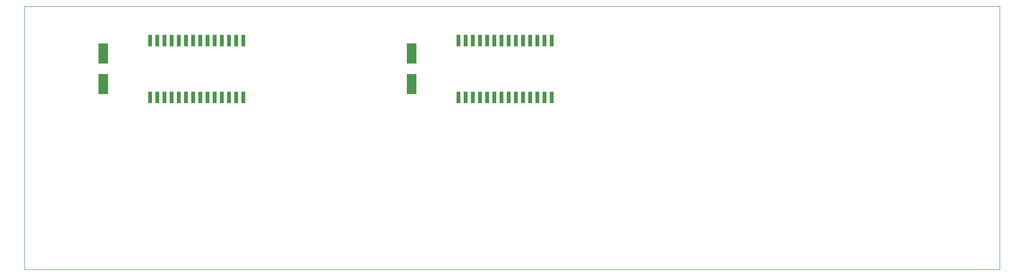
<source format=gtp>
G75*
%MOIN*%
%OFA0B0*%
%FSLAX24Y24*%
%IPPOS*%
%LPD*%
%AMOC8*
5,1,8,0,0,1.08239X$1,22.5*
%
%ADD10C,0.0000*%
%ADD11R,0.0260X0.0800*%
%ADD12R,0.0709X0.1417*%
D10*
X000180Y000180D02*
X000180Y018550D01*
X068172Y018550D01*
X068172Y000180D01*
X000180Y000180D01*
D11*
X008930Y012200D03*
X009430Y012200D03*
X009930Y012200D03*
X010430Y012200D03*
X010930Y012200D03*
X011430Y012200D03*
X011930Y012200D03*
X012430Y012200D03*
X012930Y012200D03*
X013430Y012200D03*
X013930Y012200D03*
X014430Y012200D03*
X014930Y012200D03*
X015430Y012200D03*
X015430Y016160D03*
X014930Y016160D03*
X014430Y016160D03*
X013930Y016160D03*
X013430Y016160D03*
X012930Y016160D03*
X012430Y016160D03*
X011930Y016160D03*
X011430Y016160D03*
X010930Y016160D03*
X010430Y016160D03*
X009930Y016160D03*
X009430Y016160D03*
X008930Y016160D03*
X030430Y016160D03*
X030930Y016160D03*
X031430Y016160D03*
X031930Y016160D03*
X032430Y016160D03*
X032930Y016160D03*
X033430Y016160D03*
X033930Y016160D03*
X034430Y016160D03*
X034930Y016160D03*
X035430Y016160D03*
X035930Y016160D03*
X036430Y016160D03*
X036930Y016160D03*
X036930Y012200D03*
X036430Y012200D03*
X035930Y012200D03*
X035430Y012200D03*
X034930Y012200D03*
X034430Y012200D03*
X033930Y012200D03*
X033430Y012200D03*
X032930Y012200D03*
X032430Y012200D03*
X031930Y012200D03*
X031430Y012200D03*
X030930Y012200D03*
X030430Y012200D03*
D12*
X027180Y013117D03*
X027180Y015243D03*
X005680Y015243D03*
X005680Y013117D03*
M02*

</source>
